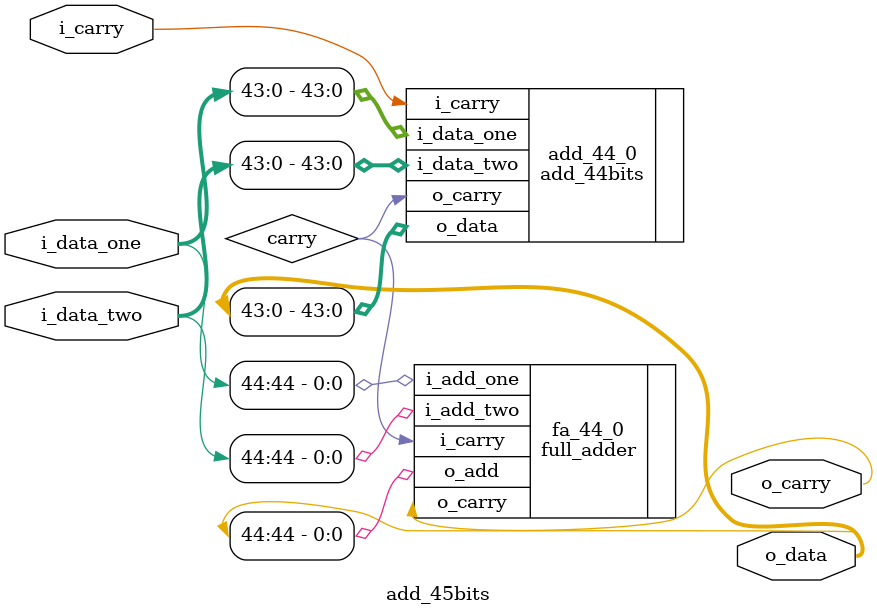
<source format=sv>
module add_45bits(
  input logic  [44:0] i_data_one,
  input logic  [44:0] i_data_two,
  input logic         i_carry,
  
  output logic [44:0] o_data,
  output logic        o_carry
);

  logic carry;

  add_44bits add_44_0(
    .i_data_one (i_data_one[43:0]),
    .i_data_two (i_data_two[43:0]),
    .i_carry    (i_carry),
    .o_data     (o_data[43:0]),
    .o_carry    (carry)
  );
  
  full_adder fa_44_0(
    .i_add_one (i_data_one[44]),
    .i_add_two (i_data_two[44]),
    .i_carry   (carry),
    .o_add     (o_data[44]),
    .o_carry   (o_carry)
  );

endmodule
</source>
